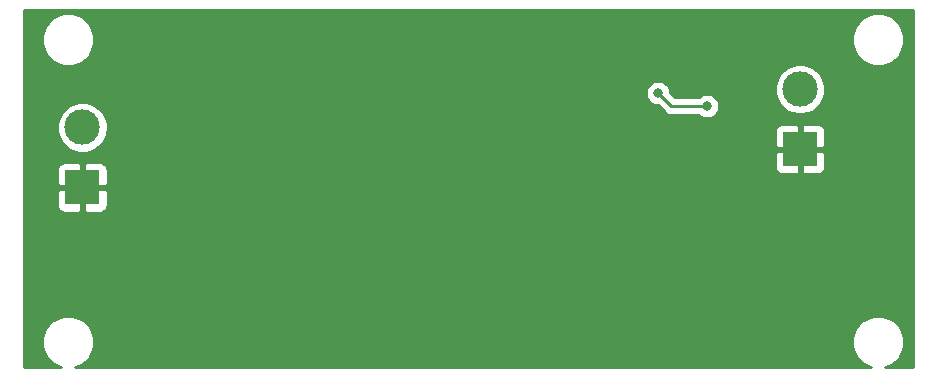
<source format=gbr>
%TF.GenerationSoftware,KiCad,Pcbnew,(5.1.8)-1*%
%TF.CreationDate,2022-04-01T10:58:03+02:00*%
%TF.ProjectId,HVPowerSupply,4856506f-7765-4725-9375-70706c792e6b,0*%
%TF.SameCoordinates,Original*%
%TF.FileFunction,Copper,L2,Bot*%
%TF.FilePolarity,Positive*%
%FSLAX46Y46*%
G04 Gerber Fmt 4.6, Leading zero omitted, Abs format (unit mm)*
G04 Created by KiCad (PCBNEW (5.1.8)-1) date 2022-04-01 10:58:03*
%MOMM*%
%LPD*%
G01*
G04 APERTURE LIST*
%TA.AperFunction,ComponentPad*%
%ADD10C,3.000000*%
%TD*%
%TA.AperFunction,ComponentPad*%
%ADD11R,3.000000X3.000000*%
%TD*%
%TA.AperFunction,ViaPad*%
%ADD12C,0.800000*%
%TD*%
%TA.AperFunction,Conductor*%
%ADD13C,0.250000*%
%TD*%
%TA.AperFunction,Conductor*%
%ADD14C,0.254000*%
%TD*%
%TA.AperFunction,Conductor*%
%ADD15C,0.100000*%
%TD*%
G04 APERTURE END LIST*
D10*
%TO.P,J2,2*%
%TO.N,Net-(C10-Pad1)*%
X113157000Y-103251000D03*
D11*
%TO.P,J2,1*%
%TO.N,GND*%
X113157000Y-108331000D03*
%TD*%
D10*
%TO.P,J1,2*%
%TO.N,Net-(F1-Pad2)*%
X173926500Y-100012500D03*
D11*
%TO.P,J1,1*%
%TO.N,GND*%
X173926500Y-105092500D03*
%TD*%
D12*
%TO.N,GND*%
X121285000Y-110236000D03*
X114236500Y-112522000D03*
X116014500Y-114046000D03*
X110934500Y-113093500D03*
X110998000Y-117094000D03*
X129603500Y-113728500D03*
X127444500Y-110172500D03*
X124587000Y-106235500D03*
X127190500Y-106299000D03*
X121348500Y-106362500D03*
X118427500Y-97726500D03*
X119888000Y-96012000D03*
X131699000Y-98044000D03*
X129667000Y-95821500D03*
X163449000Y-112204500D03*
X164211000Y-110871000D03*
X166878000Y-120269000D03*
X169100500Y-120269000D03*
X171767500Y-116459000D03*
X155702000Y-110998000D03*
X153797000Y-110998000D03*
X151892000Y-110998000D03*
X149987000Y-110998000D03*
X149987000Y-112903000D03*
X151892000Y-112903000D03*
X153797000Y-112903000D03*
X155702000Y-112903000D03*
X155702000Y-114808000D03*
X153797000Y-114808000D03*
X151892000Y-114808000D03*
X149987000Y-114808000D03*
X155702000Y-116713000D03*
X148082000Y-112903000D03*
X146177000Y-112903000D03*
X144272000Y-112903000D03*
X171831000Y-122428000D03*
X162306000Y-120142000D03*
X165227000Y-108712000D03*
X163322000Y-108585000D03*
X167132000Y-108585000D03*
X168783000Y-108585000D03*
%TO.N,Net-(L1-Pad1)*%
X166025145Y-101451515D03*
X161909182Y-100345818D03*
%TD*%
D13*
%TO.N,Net-(L1-Pad1)*%
X163014879Y-101451515D02*
X161909182Y-100345818D01*
X166025145Y-101451515D02*
X163014879Y-101451515D01*
%TD*%
D14*
%TO.N,GND*%
X183515000Y-123571000D02*
X181132705Y-123571000D01*
X181182425Y-123561110D01*
X181589169Y-123392631D01*
X181955229Y-123148038D01*
X182266538Y-122836729D01*
X182511131Y-122470669D01*
X182679610Y-122063925D01*
X182765500Y-121632128D01*
X182765500Y-121191872D01*
X182679610Y-120760075D01*
X182511131Y-120353331D01*
X182266538Y-119987271D01*
X181955229Y-119675962D01*
X181589169Y-119431369D01*
X181182425Y-119262890D01*
X180750628Y-119177000D01*
X180310372Y-119177000D01*
X179878575Y-119262890D01*
X179471831Y-119431369D01*
X179105771Y-119675962D01*
X178794462Y-119987271D01*
X178549869Y-120353331D01*
X178381390Y-120760075D01*
X178295500Y-121191872D01*
X178295500Y-121632128D01*
X178381390Y-122063925D01*
X178549869Y-122470669D01*
X178794462Y-122836729D01*
X179105771Y-123148038D01*
X179471831Y-123392631D01*
X179878575Y-123561110D01*
X179928295Y-123571000D01*
X112552705Y-123571000D01*
X112602425Y-123561110D01*
X113009169Y-123392631D01*
X113375229Y-123148038D01*
X113686538Y-122836729D01*
X113931131Y-122470669D01*
X114099610Y-122063925D01*
X114185500Y-121632128D01*
X114185500Y-121191872D01*
X114099610Y-120760075D01*
X113931131Y-120353331D01*
X113686538Y-119987271D01*
X113375229Y-119675962D01*
X113009169Y-119431369D01*
X112602425Y-119262890D01*
X112170628Y-119177000D01*
X111730372Y-119177000D01*
X111298575Y-119262890D01*
X110891831Y-119431369D01*
X110525771Y-119675962D01*
X110214462Y-119987271D01*
X109969869Y-120353331D01*
X109801390Y-120760075D01*
X109715500Y-121191872D01*
X109715500Y-121632128D01*
X109801390Y-122063925D01*
X109969869Y-122470669D01*
X110214462Y-122836729D01*
X110525771Y-123148038D01*
X110891831Y-123392631D01*
X111298575Y-123561110D01*
X111348295Y-123571000D01*
X108204000Y-123571000D01*
X108204000Y-109831000D01*
X111018928Y-109831000D01*
X111031188Y-109955482D01*
X111067498Y-110075180D01*
X111126463Y-110185494D01*
X111205815Y-110282185D01*
X111302506Y-110361537D01*
X111412820Y-110420502D01*
X111532518Y-110456812D01*
X111657000Y-110469072D01*
X112871250Y-110466000D01*
X113030000Y-110307250D01*
X113030000Y-108458000D01*
X113284000Y-108458000D01*
X113284000Y-110307250D01*
X113442750Y-110466000D01*
X114657000Y-110469072D01*
X114781482Y-110456812D01*
X114901180Y-110420502D01*
X115011494Y-110361537D01*
X115108185Y-110282185D01*
X115187537Y-110185494D01*
X115246502Y-110075180D01*
X115282812Y-109955482D01*
X115295072Y-109831000D01*
X115292000Y-108616750D01*
X115133250Y-108458000D01*
X113284000Y-108458000D01*
X113030000Y-108458000D01*
X111180750Y-108458000D01*
X111022000Y-108616750D01*
X111018928Y-109831000D01*
X108204000Y-109831000D01*
X108204000Y-106831000D01*
X111018928Y-106831000D01*
X111022000Y-108045250D01*
X111180750Y-108204000D01*
X113030000Y-108204000D01*
X113030000Y-106354750D01*
X113284000Y-106354750D01*
X113284000Y-108204000D01*
X115133250Y-108204000D01*
X115292000Y-108045250D01*
X115295072Y-106831000D01*
X115282812Y-106706518D01*
X115248226Y-106592500D01*
X171788428Y-106592500D01*
X171800688Y-106716982D01*
X171836998Y-106836680D01*
X171895963Y-106946994D01*
X171975315Y-107043685D01*
X172072006Y-107123037D01*
X172182320Y-107182002D01*
X172302018Y-107218312D01*
X172426500Y-107230572D01*
X173640750Y-107227500D01*
X173799500Y-107068750D01*
X173799500Y-105219500D01*
X174053500Y-105219500D01*
X174053500Y-107068750D01*
X174212250Y-107227500D01*
X175426500Y-107230572D01*
X175550982Y-107218312D01*
X175670680Y-107182002D01*
X175780994Y-107123037D01*
X175877685Y-107043685D01*
X175957037Y-106946994D01*
X176016002Y-106836680D01*
X176052312Y-106716982D01*
X176064572Y-106592500D01*
X176061500Y-105378250D01*
X175902750Y-105219500D01*
X174053500Y-105219500D01*
X173799500Y-105219500D01*
X171950250Y-105219500D01*
X171791500Y-105378250D01*
X171788428Y-106592500D01*
X115248226Y-106592500D01*
X115246502Y-106586820D01*
X115187537Y-106476506D01*
X115108185Y-106379815D01*
X115011494Y-106300463D01*
X114901180Y-106241498D01*
X114781482Y-106205188D01*
X114657000Y-106192928D01*
X113442750Y-106196000D01*
X113284000Y-106354750D01*
X113030000Y-106354750D01*
X112871250Y-106196000D01*
X111657000Y-106192928D01*
X111532518Y-106205188D01*
X111412820Y-106241498D01*
X111302506Y-106300463D01*
X111205815Y-106379815D01*
X111126463Y-106476506D01*
X111067498Y-106586820D01*
X111031188Y-106706518D01*
X111018928Y-106831000D01*
X108204000Y-106831000D01*
X108204000Y-103040721D01*
X111022000Y-103040721D01*
X111022000Y-103461279D01*
X111104047Y-103873756D01*
X111264988Y-104262302D01*
X111498637Y-104611983D01*
X111796017Y-104909363D01*
X112145698Y-105143012D01*
X112534244Y-105303953D01*
X112946721Y-105386000D01*
X113367279Y-105386000D01*
X113779756Y-105303953D01*
X114168302Y-105143012D01*
X114517983Y-104909363D01*
X114815363Y-104611983D01*
X115049012Y-104262302D01*
X115209953Y-103873756D01*
X115265898Y-103592500D01*
X171788428Y-103592500D01*
X171791500Y-104806750D01*
X171950250Y-104965500D01*
X173799500Y-104965500D01*
X173799500Y-103116250D01*
X174053500Y-103116250D01*
X174053500Y-104965500D01*
X175902750Y-104965500D01*
X176061500Y-104806750D01*
X176064572Y-103592500D01*
X176052312Y-103468018D01*
X176016002Y-103348320D01*
X175957037Y-103238006D01*
X175877685Y-103141315D01*
X175780994Y-103061963D01*
X175670680Y-103002998D01*
X175550982Y-102966688D01*
X175426500Y-102954428D01*
X174212250Y-102957500D01*
X174053500Y-103116250D01*
X173799500Y-103116250D01*
X173640750Y-102957500D01*
X172426500Y-102954428D01*
X172302018Y-102966688D01*
X172182320Y-103002998D01*
X172072006Y-103061963D01*
X171975315Y-103141315D01*
X171895963Y-103238006D01*
X171836998Y-103348320D01*
X171800688Y-103468018D01*
X171788428Y-103592500D01*
X115265898Y-103592500D01*
X115292000Y-103461279D01*
X115292000Y-103040721D01*
X115209953Y-102628244D01*
X115049012Y-102239698D01*
X114815363Y-101890017D01*
X114517983Y-101592637D01*
X114168302Y-101358988D01*
X113779756Y-101198047D01*
X113367279Y-101116000D01*
X112946721Y-101116000D01*
X112534244Y-101198047D01*
X112145698Y-101358988D01*
X111796017Y-101592637D01*
X111498637Y-101890017D01*
X111264988Y-102239698D01*
X111104047Y-102628244D01*
X111022000Y-103040721D01*
X108204000Y-103040721D01*
X108204000Y-100243879D01*
X160874182Y-100243879D01*
X160874182Y-100447757D01*
X160913956Y-100647716D01*
X160991977Y-100836074D01*
X161105245Y-101005592D01*
X161249408Y-101149755D01*
X161418926Y-101263023D01*
X161607284Y-101341044D01*
X161807243Y-101380818D01*
X161869381Y-101380818D01*
X162451080Y-101962518D01*
X162474878Y-101991516D01*
X162590603Y-102086489D01*
X162722632Y-102157061D01*
X162865893Y-102200518D01*
X162977546Y-102211515D01*
X162977554Y-102211515D01*
X163014879Y-102215191D01*
X163052204Y-102211515D01*
X165321434Y-102211515D01*
X165365371Y-102255452D01*
X165534889Y-102368720D01*
X165723247Y-102446741D01*
X165923206Y-102486515D01*
X166127084Y-102486515D01*
X166327043Y-102446741D01*
X166515401Y-102368720D01*
X166684919Y-102255452D01*
X166829082Y-102111289D01*
X166942350Y-101941771D01*
X167020371Y-101753413D01*
X167060145Y-101553454D01*
X167060145Y-101349576D01*
X167020371Y-101149617D01*
X166942350Y-100961259D01*
X166829082Y-100791741D01*
X166684919Y-100647578D01*
X166515401Y-100534310D01*
X166327043Y-100456289D01*
X166127084Y-100416515D01*
X165923206Y-100416515D01*
X165723247Y-100456289D01*
X165534889Y-100534310D01*
X165365371Y-100647578D01*
X165321434Y-100691515D01*
X163329681Y-100691515D01*
X162944182Y-100306017D01*
X162944182Y-100243879D01*
X162904408Y-100043920D01*
X162826387Y-99855562D01*
X162790746Y-99802221D01*
X171791500Y-99802221D01*
X171791500Y-100222779D01*
X171873547Y-100635256D01*
X172034488Y-101023802D01*
X172268137Y-101373483D01*
X172565517Y-101670863D01*
X172915198Y-101904512D01*
X173303744Y-102065453D01*
X173716221Y-102147500D01*
X174136779Y-102147500D01*
X174549256Y-102065453D01*
X174937802Y-101904512D01*
X175287483Y-101670863D01*
X175584863Y-101373483D01*
X175818512Y-101023802D01*
X175979453Y-100635256D01*
X176061500Y-100222779D01*
X176061500Y-99802221D01*
X175979453Y-99389744D01*
X175818512Y-99001198D01*
X175584863Y-98651517D01*
X175287483Y-98354137D01*
X174937802Y-98120488D01*
X174549256Y-97959547D01*
X174136779Y-97877500D01*
X173716221Y-97877500D01*
X173303744Y-97959547D01*
X172915198Y-98120488D01*
X172565517Y-98354137D01*
X172268137Y-98651517D01*
X172034488Y-99001198D01*
X171873547Y-99389744D01*
X171791500Y-99802221D01*
X162790746Y-99802221D01*
X162713119Y-99686044D01*
X162568956Y-99541881D01*
X162399438Y-99428613D01*
X162211080Y-99350592D01*
X162011121Y-99310818D01*
X161807243Y-99310818D01*
X161607284Y-99350592D01*
X161418926Y-99428613D01*
X161249408Y-99541881D01*
X161105245Y-99686044D01*
X160991977Y-99855562D01*
X160913956Y-100043920D01*
X160874182Y-100243879D01*
X108204000Y-100243879D01*
X108204000Y-95601372D01*
X109715500Y-95601372D01*
X109715500Y-96041628D01*
X109801390Y-96473425D01*
X109969869Y-96880169D01*
X110214462Y-97246229D01*
X110525771Y-97557538D01*
X110891831Y-97802131D01*
X111298575Y-97970610D01*
X111730372Y-98056500D01*
X112170628Y-98056500D01*
X112602425Y-97970610D01*
X113009169Y-97802131D01*
X113375229Y-97557538D01*
X113686538Y-97246229D01*
X113931131Y-96880169D01*
X114099610Y-96473425D01*
X114185500Y-96041628D01*
X114185500Y-95601372D01*
X178295500Y-95601372D01*
X178295500Y-96041628D01*
X178381390Y-96473425D01*
X178549869Y-96880169D01*
X178794462Y-97246229D01*
X179105771Y-97557538D01*
X179471831Y-97802131D01*
X179878575Y-97970610D01*
X180310372Y-98056500D01*
X180750628Y-98056500D01*
X181182425Y-97970610D01*
X181589169Y-97802131D01*
X181955229Y-97557538D01*
X182266538Y-97246229D01*
X182511131Y-96880169D01*
X182679610Y-96473425D01*
X182765500Y-96041628D01*
X182765500Y-95601372D01*
X182679610Y-95169575D01*
X182511131Y-94762831D01*
X182266538Y-94396771D01*
X181955229Y-94085462D01*
X181589169Y-93840869D01*
X181182425Y-93672390D01*
X180750628Y-93586500D01*
X180310372Y-93586500D01*
X179878575Y-93672390D01*
X179471831Y-93840869D01*
X179105771Y-94085462D01*
X178794462Y-94396771D01*
X178549869Y-94762831D01*
X178381390Y-95169575D01*
X178295500Y-95601372D01*
X114185500Y-95601372D01*
X114099610Y-95169575D01*
X113931131Y-94762831D01*
X113686538Y-94396771D01*
X113375229Y-94085462D01*
X113009169Y-93840869D01*
X112602425Y-93672390D01*
X112170628Y-93586500D01*
X111730372Y-93586500D01*
X111298575Y-93672390D01*
X110891831Y-93840869D01*
X110525771Y-94085462D01*
X110214462Y-94396771D01*
X109969869Y-94762831D01*
X109801390Y-95169575D01*
X109715500Y-95601372D01*
X108204000Y-95601372D01*
X108204000Y-93345000D01*
X183515000Y-93345000D01*
X183515000Y-123571000D01*
%TA.AperFunction,Conductor*%
D15*
G36*
X183515000Y-123571000D02*
G01*
X181132705Y-123571000D01*
X181182425Y-123561110D01*
X181589169Y-123392631D01*
X181955229Y-123148038D01*
X182266538Y-122836729D01*
X182511131Y-122470669D01*
X182679610Y-122063925D01*
X182765500Y-121632128D01*
X182765500Y-121191872D01*
X182679610Y-120760075D01*
X182511131Y-120353331D01*
X182266538Y-119987271D01*
X181955229Y-119675962D01*
X181589169Y-119431369D01*
X181182425Y-119262890D01*
X180750628Y-119177000D01*
X180310372Y-119177000D01*
X179878575Y-119262890D01*
X179471831Y-119431369D01*
X179105771Y-119675962D01*
X178794462Y-119987271D01*
X178549869Y-120353331D01*
X178381390Y-120760075D01*
X178295500Y-121191872D01*
X178295500Y-121632128D01*
X178381390Y-122063925D01*
X178549869Y-122470669D01*
X178794462Y-122836729D01*
X179105771Y-123148038D01*
X179471831Y-123392631D01*
X179878575Y-123561110D01*
X179928295Y-123571000D01*
X112552705Y-123571000D01*
X112602425Y-123561110D01*
X113009169Y-123392631D01*
X113375229Y-123148038D01*
X113686538Y-122836729D01*
X113931131Y-122470669D01*
X114099610Y-122063925D01*
X114185500Y-121632128D01*
X114185500Y-121191872D01*
X114099610Y-120760075D01*
X113931131Y-120353331D01*
X113686538Y-119987271D01*
X113375229Y-119675962D01*
X113009169Y-119431369D01*
X112602425Y-119262890D01*
X112170628Y-119177000D01*
X111730372Y-119177000D01*
X111298575Y-119262890D01*
X110891831Y-119431369D01*
X110525771Y-119675962D01*
X110214462Y-119987271D01*
X109969869Y-120353331D01*
X109801390Y-120760075D01*
X109715500Y-121191872D01*
X109715500Y-121632128D01*
X109801390Y-122063925D01*
X109969869Y-122470669D01*
X110214462Y-122836729D01*
X110525771Y-123148038D01*
X110891831Y-123392631D01*
X111298575Y-123561110D01*
X111348295Y-123571000D01*
X108204000Y-123571000D01*
X108204000Y-109831000D01*
X111018928Y-109831000D01*
X111031188Y-109955482D01*
X111067498Y-110075180D01*
X111126463Y-110185494D01*
X111205815Y-110282185D01*
X111302506Y-110361537D01*
X111412820Y-110420502D01*
X111532518Y-110456812D01*
X111657000Y-110469072D01*
X112871250Y-110466000D01*
X113030000Y-110307250D01*
X113030000Y-108458000D01*
X113284000Y-108458000D01*
X113284000Y-110307250D01*
X113442750Y-110466000D01*
X114657000Y-110469072D01*
X114781482Y-110456812D01*
X114901180Y-110420502D01*
X115011494Y-110361537D01*
X115108185Y-110282185D01*
X115187537Y-110185494D01*
X115246502Y-110075180D01*
X115282812Y-109955482D01*
X115295072Y-109831000D01*
X115292000Y-108616750D01*
X115133250Y-108458000D01*
X113284000Y-108458000D01*
X113030000Y-108458000D01*
X111180750Y-108458000D01*
X111022000Y-108616750D01*
X111018928Y-109831000D01*
X108204000Y-109831000D01*
X108204000Y-106831000D01*
X111018928Y-106831000D01*
X111022000Y-108045250D01*
X111180750Y-108204000D01*
X113030000Y-108204000D01*
X113030000Y-106354750D01*
X113284000Y-106354750D01*
X113284000Y-108204000D01*
X115133250Y-108204000D01*
X115292000Y-108045250D01*
X115295072Y-106831000D01*
X115282812Y-106706518D01*
X115248226Y-106592500D01*
X171788428Y-106592500D01*
X171800688Y-106716982D01*
X171836998Y-106836680D01*
X171895963Y-106946994D01*
X171975315Y-107043685D01*
X172072006Y-107123037D01*
X172182320Y-107182002D01*
X172302018Y-107218312D01*
X172426500Y-107230572D01*
X173640750Y-107227500D01*
X173799500Y-107068750D01*
X173799500Y-105219500D01*
X174053500Y-105219500D01*
X174053500Y-107068750D01*
X174212250Y-107227500D01*
X175426500Y-107230572D01*
X175550982Y-107218312D01*
X175670680Y-107182002D01*
X175780994Y-107123037D01*
X175877685Y-107043685D01*
X175957037Y-106946994D01*
X176016002Y-106836680D01*
X176052312Y-106716982D01*
X176064572Y-106592500D01*
X176061500Y-105378250D01*
X175902750Y-105219500D01*
X174053500Y-105219500D01*
X173799500Y-105219500D01*
X171950250Y-105219500D01*
X171791500Y-105378250D01*
X171788428Y-106592500D01*
X115248226Y-106592500D01*
X115246502Y-106586820D01*
X115187537Y-106476506D01*
X115108185Y-106379815D01*
X115011494Y-106300463D01*
X114901180Y-106241498D01*
X114781482Y-106205188D01*
X114657000Y-106192928D01*
X113442750Y-106196000D01*
X113284000Y-106354750D01*
X113030000Y-106354750D01*
X112871250Y-106196000D01*
X111657000Y-106192928D01*
X111532518Y-106205188D01*
X111412820Y-106241498D01*
X111302506Y-106300463D01*
X111205815Y-106379815D01*
X111126463Y-106476506D01*
X111067498Y-106586820D01*
X111031188Y-106706518D01*
X111018928Y-106831000D01*
X108204000Y-106831000D01*
X108204000Y-103040721D01*
X111022000Y-103040721D01*
X111022000Y-103461279D01*
X111104047Y-103873756D01*
X111264988Y-104262302D01*
X111498637Y-104611983D01*
X111796017Y-104909363D01*
X112145698Y-105143012D01*
X112534244Y-105303953D01*
X112946721Y-105386000D01*
X113367279Y-105386000D01*
X113779756Y-105303953D01*
X114168302Y-105143012D01*
X114517983Y-104909363D01*
X114815363Y-104611983D01*
X115049012Y-104262302D01*
X115209953Y-103873756D01*
X115265898Y-103592500D01*
X171788428Y-103592500D01*
X171791500Y-104806750D01*
X171950250Y-104965500D01*
X173799500Y-104965500D01*
X173799500Y-103116250D01*
X174053500Y-103116250D01*
X174053500Y-104965500D01*
X175902750Y-104965500D01*
X176061500Y-104806750D01*
X176064572Y-103592500D01*
X176052312Y-103468018D01*
X176016002Y-103348320D01*
X175957037Y-103238006D01*
X175877685Y-103141315D01*
X175780994Y-103061963D01*
X175670680Y-103002998D01*
X175550982Y-102966688D01*
X175426500Y-102954428D01*
X174212250Y-102957500D01*
X174053500Y-103116250D01*
X173799500Y-103116250D01*
X173640750Y-102957500D01*
X172426500Y-102954428D01*
X172302018Y-102966688D01*
X172182320Y-103002998D01*
X172072006Y-103061963D01*
X171975315Y-103141315D01*
X171895963Y-103238006D01*
X171836998Y-103348320D01*
X171800688Y-103468018D01*
X171788428Y-103592500D01*
X115265898Y-103592500D01*
X115292000Y-103461279D01*
X115292000Y-103040721D01*
X115209953Y-102628244D01*
X115049012Y-102239698D01*
X114815363Y-101890017D01*
X114517983Y-101592637D01*
X114168302Y-101358988D01*
X113779756Y-101198047D01*
X113367279Y-101116000D01*
X112946721Y-101116000D01*
X112534244Y-101198047D01*
X112145698Y-101358988D01*
X111796017Y-101592637D01*
X111498637Y-101890017D01*
X111264988Y-102239698D01*
X111104047Y-102628244D01*
X111022000Y-103040721D01*
X108204000Y-103040721D01*
X108204000Y-100243879D01*
X160874182Y-100243879D01*
X160874182Y-100447757D01*
X160913956Y-100647716D01*
X160991977Y-100836074D01*
X161105245Y-101005592D01*
X161249408Y-101149755D01*
X161418926Y-101263023D01*
X161607284Y-101341044D01*
X161807243Y-101380818D01*
X161869381Y-101380818D01*
X162451080Y-101962518D01*
X162474878Y-101991516D01*
X162590603Y-102086489D01*
X162722632Y-102157061D01*
X162865893Y-102200518D01*
X162977546Y-102211515D01*
X162977554Y-102211515D01*
X163014879Y-102215191D01*
X163052204Y-102211515D01*
X165321434Y-102211515D01*
X165365371Y-102255452D01*
X165534889Y-102368720D01*
X165723247Y-102446741D01*
X165923206Y-102486515D01*
X166127084Y-102486515D01*
X166327043Y-102446741D01*
X166515401Y-102368720D01*
X166684919Y-102255452D01*
X166829082Y-102111289D01*
X166942350Y-101941771D01*
X167020371Y-101753413D01*
X167060145Y-101553454D01*
X167060145Y-101349576D01*
X167020371Y-101149617D01*
X166942350Y-100961259D01*
X166829082Y-100791741D01*
X166684919Y-100647578D01*
X166515401Y-100534310D01*
X166327043Y-100456289D01*
X166127084Y-100416515D01*
X165923206Y-100416515D01*
X165723247Y-100456289D01*
X165534889Y-100534310D01*
X165365371Y-100647578D01*
X165321434Y-100691515D01*
X163329681Y-100691515D01*
X162944182Y-100306017D01*
X162944182Y-100243879D01*
X162904408Y-100043920D01*
X162826387Y-99855562D01*
X162790746Y-99802221D01*
X171791500Y-99802221D01*
X171791500Y-100222779D01*
X171873547Y-100635256D01*
X172034488Y-101023802D01*
X172268137Y-101373483D01*
X172565517Y-101670863D01*
X172915198Y-101904512D01*
X173303744Y-102065453D01*
X173716221Y-102147500D01*
X174136779Y-102147500D01*
X174549256Y-102065453D01*
X174937802Y-101904512D01*
X175287483Y-101670863D01*
X175584863Y-101373483D01*
X175818512Y-101023802D01*
X175979453Y-100635256D01*
X176061500Y-100222779D01*
X176061500Y-99802221D01*
X175979453Y-99389744D01*
X175818512Y-99001198D01*
X175584863Y-98651517D01*
X175287483Y-98354137D01*
X174937802Y-98120488D01*
X174549256Y-97959547D01*
X174136779Y-97877500D01*
X173716221Y-97877500D01*
X173303744Y-97959547D01*
X172915198Y-98120488D01*
X172565517Y-98354137D01*
X172268137Y-98651517D01*
X172034488Y-99001198D01*
X171873547Y-99389744D01*
X171791500Y-99802221D01*
X162790746Y-99802221D01*
X162713119Y-99686044D01*
X162568956Y-99541881D01*
X162399438Y-99428613D01*
X162211080Y-99350592D01*
X162011121Y-99310818D01*
X161807243Y-99310818D01*
X161607284Y-99350592D01*
X161418926Y-99428613D01*
X161249408Y-99541881D01*
X161105245Y-99686044D01*
X160991977Y-99855562D01*
X160913956Y-100043920D01*
X160874182Y-100243879D01*
X108204000Y-100243879D01*
X108204000Y-95601372D01*
X109715500Y-95601372D01*
X109715500Y-96041628D01*
X109801390Y-96473425D01*
X109969869Y-96880169D01*
X110214462Y-97246229D01*
X110525771Y-97557538D01*
X110891831Y-97802131D01*
X111298575Y-97970610D01*
X111730372Y-98056500D01*
X112170628Y-98056500D01*
X112602425Y-97970610D01*
X113009169Y-97802131D01*
X113375229Y-97557538D01*
X113686538Y-97246229D01*
X113931131Y-96880169D01*
X114099610Y-96473425D01*
X114185500Y-96041628D01*
X114185500Y-95601372D01*
X178295500Y-95601372D01*
X178295500Y-96041628D01*
X178381390Y-96473425D01*
X178549869Y-96880169D01*
X178794462Y-97246229D01*
X179105771Y-97557538D01*
X179471831Y-97802131D01*
X179878575Y-97970610D01*
X180310372Y-98056500D01*
X180750628Y-98056500D01*
X181182425Y-97970610D01*
X181589169Y-97802131D01*
X181955229Y-97557538D01*
X182266538Y-97246229D01*
X182511131Y-96880169D01*
X182679610Y-96473425D01*
X182765500Y-96041628D01*
X182765500Y-95601372D01*
X182679610Y-95169575D01*
X182511131Y-94762831D01*
X182266538Y-94396771D01*
X181955229Y-94085462D01*
X181589169Y-93840869D01*
X181182425Y-93672390D01*
X180750628Y-93586500D01*
X180310372Y-93586500D01*
X179878575Y-93672390D01*
X179471831Y-93840869D01*
X179105771Y-94085462D01*
X178794462Y-94396771D01*
X178549869Y-94762831D01*
X178381390Y-95169575D01*
X178295500Y-95601372D01*
X114185500Y-95601372D01*
X114099610Y-95169575D01*
X113931131Y-94762831D01*
X113686538Y-94396771D01*
X113375229Y-94085462D01*
X113009169Y-93840869D01*
X112602425Y-93672390D01*
X112170628Y-93586500D01*
X111730372Y-93586500D01*
X111298575Y-93672390D01*
X110891831Y-93840869D01*
X110525771Y-94085462D01*
X110214462Y-94396771D01*
X109969869Y-94762831D01*
X109801390Y-95169575D01*
X109715500Y-95601372D01*
X108204000Y-95601372D01*
X108204000Y-93345000D01*
X183515000Y-93345000D01*
X183515000Y-123571000D01*
G37*
%TD.AperFunction*%
%TD*%
M02*

</source>
